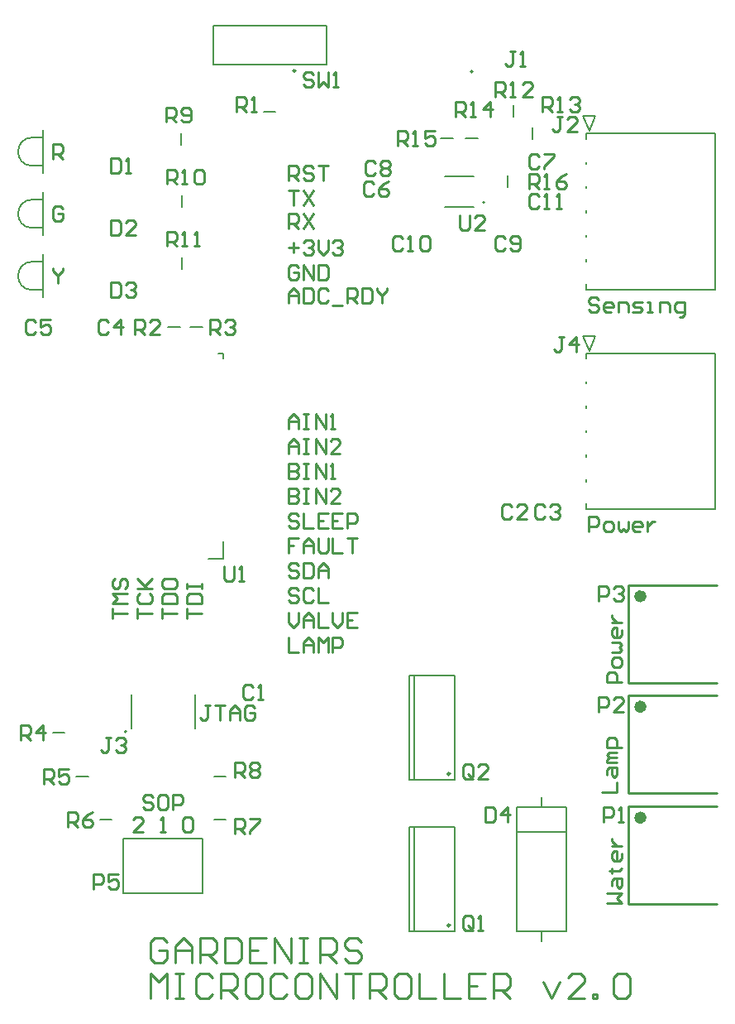
<source format=gbr>
G04*
G04 #@! TF.GenerationSoftware,Altium Limited,Altium Designer,23.2.1 (34)*
G04*
G04 Layer_Color=65535*
%FSLAX44Y44*%
%MOMM*%
G71*
G04*
G04 #@! TF.SameCoordinates,66AF3463-A4ED-4445-B3F6-74E376143534*
G04*
G04*
G04 #@! TF.FilePolarity,Positive*
G04*
G01*
G75*
%ADD10C,0.2000*%
%ADD11C,0.2500*%
%ADD12C,0.1270*%
%ADD13C,0.7620*%
%ADD14C,0.2540*%
D10*
X157060Y285750D02*
G03*
X157060Y285750I-1000J0D01*
G01*
X523590Y826950D02*
G03*
X523590Y826950I-1000J0D01*
G01*
X511590Y960630D02*
G03*
X511590Y960630I-1000J0D01*
G01*
X572880Y891890D02*
Y903890D01*
X553610Y914750D02*
Y926750D01*
X251000Y672690D02*
X256000D01*
Y667690D02*
Y672690D01*
X241000Y462690D02*
X256000D01*
Y480190D01*
X226910Y288950D02*
Y323250D01*
X161710Y288950D02*
Y323250D01*
X222600Y699660D02*
X234600D01*
X199740Y699880D02*
X211740D01*
X105760Y240140D02*
X117760D01*
X129890Y195690D02*
X141890D01*
X81630Y284590D02*
X93630D01*
X547370Y842360D02*
Y854360D01*
X504540Y892700D02*
X516540D01*
X479140D02*
X491140D01*
X246730Y240140D02*
X258730D01*
X246730Y195470D02*
X258730D01*
X297530Y919370D02*
X309530D01*
X446480Y343060D02*
X493480D01*
X446480Y236060D02*
X493480D01*
Y343060D01*
X446480Y236060D02*
Y343060D01*
X451480Y236060D02*
Y343060D01*
X581660Y208280D02*
Y218440D01*
Y71120D02*
Y81280D01*
X556260Y182880D02*
X607060D01*
X556260Y208280D02*
X607060D01*
Y81280D02*
Y208280D01*
X556260Y81280D02*
X607060D01*
X556260D02*
Y208280D01*
X446480Y188120D02*
X493480D01*
X446480Y81120D02*
X493480D01*
Y188120D01*
X446480Y81120D02*
Y188120D01*
X451480Y81120D02*
Y188120D01*
X245930Y968060D02*
X361930D01*
X245930D02*
Y1008060D01*
X361930D01*
Y968060D02*
Y1008060D01*
X213470Y758540D02*
Y770540D01*
Y822040D02*
Y834040D01*
X213250Y885540D02*
Y897540D01*
D11*
X488230Y242560D02*
G03*
X488230Y242560I-1250J0D01*
G01*
Y87620D02*
G03*
X488230Y87620I-1250J0D01*
G01*
X330180Y961560D02*
G03*
X330180Y961560I-1250J0D01*
G01*
D12*
X60570Y766340D02*
G03*
X60570Y737340I0J-14500D01*
G01*
Y829840D02*
G03*
X60570Y800840I0J-14500D01*
G01*
Y893340D02*
G03*
X60570Y864340I0J-14500D01*
G01*
X153670Y120650D02*
X234950D01*
X153670Y176530D02*
X234950D01*
Y120650D02*
Y176530D01*
X153670Y120650D02*
Y176530D01*
X627810Y541602D02*
Y544038D01*
Y566602D02*
Y569038D01*
Y591602D02*
Y594038D01*
Y616602D02*
Y619038D01*
Y641602D02*
Y643620D01*
Y667020D02*
Y672520D01*
X759710D01*
Y513120D02*
Y672520D01*
X627810Y513120D02*
X759710D01*
X627810D02*
Y519038D01*
X630910Y675060D02*
X637260Y690300D01*
X624560D02*
X637260D01*
X624560D02*
X630910Y675060D01*
X482840Y853900D02*
X512840D01*
X482840Y822500D02*
X512840D01*
X71570Y729840D02*
Y773840D01*
X60570Y737340D02*
X71570D01*
X60570Y766340D02*
X71570D01*
Y793340D02*
Y837340D01*
X60570Y800840D02*
X71570D01*
X60570Y829840D02*
X71570D01*
Y856840D02*
Y900840D01*
X60570Y864340D02*
X71570D01*
X60570Y893340D02*
X71570D01*
X624560Y915090D02*
X630910Y899850D01*
X624560Y915090D02*
X637260D01*
X630910Y899850D02*
X637260Y915090D01*
X627810Y737910D02*
Y743828D01*
Y737910D02*
X759710D01*
Y897310D01*
X627810D02*
X759710D01*
X627810Y891810D02*
Y897310D01*
Y866392D02*
Y868410D01*
Y841392D02*
Y843828D01*
Y816392D02*
Y818828D01*
Y791392D02*
Y793828D01*
Y766392D02*
Y768828D01*
D13*
X685800Y424180D02*
G03*
X685800Y424180I-2540J0D01*
G01*
Y311150D02*
G03*
X685800Y311150I-2540J0D01*
G01*
Y197612D02*
G03*
X685800Y197612I-2540J0D01*
G01*
D14*
X671322Y435610D02*
X761238D01*
X671322Y335788D02*
X761238D01*
X671322D02*
Y435610D01*
Y322580D02*
X761238D01*
X671322Y222758D02*
X761238D01*
X671322D02*
Y322580D01*
Y209042D02*
X761238D01*
X671322Y109220D02*
X761238D01*
X671322D02*
Y209042D01*
X214632Y195578D02*
X217171Y198118D01*
X222249D01*
X224788Y195578D01*
Y185422D01*
X222249Y182882D01*
X217171D01*
X214632Y185422D01*
Y195578D01*
X198538Y70562D02*
X194306Y74794D01*
X185842D01*
X181610Y70562D01*
Y53634D01*
X185842Y49402D01*
X194306D01*
X198538Y53634D01*
Y62098D01*
X190074D01*
X207002Y49402D02*
Y66330D01*
X215466Y74794D01*
X223930Y66330D01*
Y49402D01*
Y62098D01*
X207002D01*
X232394Y49402D02*
Y74794D01*
X245089D01*
X249321Y70562D01*
Y62098D01*
X245089Y57866D01*
X232394D01*
X240858D02*
X249321Y49402D01*
X257785Y74794D02*
Y49402D01*
X270481D01*
X274713Y53634D01*
Y70562D01*
X270481Y74794D01*
X257785D01*
X300105D02*
X283177D01*
Y49402D01*
X300105D01*
X283177Y62098D02*
X291641D01*
X308569Y49402D02*
Y74794D01*
X325497Y49402D01*
Y74794D01*
X333961D02*
X342425D01*
X338193D01*
Y49402D01*
X333961D01*
X342425D01*
X355121D02*
Y74794D01*
X367817D01*
X372048Y70562D01*
Y62098D01*
X367817Y57866D01*
X355121D01*
X363585D02*
X372048Y49402D01*
X397440Y70562D02*
X393208Y74794D01*
X384744D01*
X380512Y70562D01*
Y66330D01*
X384744Y62098D01*
X393208D01*
X397440Y57866D01*
Y53634D01*
X393208Y49402D01*
X384744D01*
X380512Y53634D01*
X181610Y12836D02*
Y38228D01*
X190074Y29764D01*
X198538Y38228D01*
Y12836D01*
X207002Y38228D02*
X215466D01*
X211234D01*
Y12836D01*
X207002D01*
X215466D01*
X245089Y33996D02*
X240858Y38228D01*
X232394D01*
X228162Y33996D01*
Y17068D01*
X232394Y12836D01*
X240858D01*
X245089Y17068D01*
X253553Y12836D02*
Y38228D01*
X266249D01*
X270481Y33996D01*
Y25532D01*
X266249Y21300D01*
X253553D01*
X262017D02*
X270481Y12836D01*
X291641Y38228D02*
X283177D01*
X278945Y33996D01*
Y17068D01*
X283177Y12836D01*
X291641D01*
X295873Y17068D01*
Y33996D01*
X291641Y38228D01*
X321265Y33996D02*
X317033Y38228D01*
X308569D01*
X304337Y33996D01*
Y17068D01*
X308569Y12836D01*
X317033D01*
X321265Y17068D01*
X342425Y38228D02*
X333961D01*
X329729Y33996D01*
Y17068D01*
X333961Y12836D01*
X342425D01*
X346657Y17068D01*
Y33996D01*
X342425Y38228D01*
X355121Y12836D02*
Y38228D01*
X372048Y12836D01*
Y38228D01*
X380512D02*
X397440D01*
X388976D01*
Y12836D01*
X405904D02*
Y38228D01*
X418600D01*
X422832Y33996D01*
Y25532D01*
X418600Y21300D01*
X405904D01*
X414368D02*
X422832Y12836D01*
X443992Y38228D02*
X435528D01*
X431296Y33996D01*
Y17068D01*
X435528Y12836D01*
X443992D01*
X448224Y17068D01*
Y33996D01*
X443992Y38228D01*
X456688D02*
Y12836D01*
X473616D01*
X482080Y38228D02*
Y12836D01*
X499007D01*
X524399Y38228D02*
X507471D01*
Y12836D01*
X524399D01*
X507471Y25532D02*
X515935D01*
X532863Y12836D02*
Y38228D01*
X545559D01*
X549791Y33996D01*
Y25532D01*
X545559Y21300D01*
X532863D01*
X541327D02*
X549791Y12836D01*
X583647Y29764D02*
X592111Y12836D01*
X600575Y29764D01*
X625966Y12836D02*
X609039D01*
X625966Y29764D01*
Y33996D01*
X621734Y38228D01*
X613270D01*
X609039Y33996D01*
X634430Y12836D02*
Y17068D01*
X638662D01*
Y12836D01*
X634430D01*
X655590Y33996D02*
X659822Y38228D01*
X668286D01*
X672518Y33996D01*
Y17068D01*
X668286Y12836D01*
X659822D01*
X655590Y17068D01*
Y33996D01*
X173988Y182882D02*
X163832D01*
X173988Y193039D01*
Y195578D01*
X171449Y198118D01*
X166371D01*
X163832Y195578D01*
X191771Y182882D02*
X196849D01*
X194310D01*
Y198118D01*
X191771Y195578D01*
X242576Y312415D02*
X237497D01*
X240037D01*
Y299719D01*
X237497Y297180D01*
X234958D01*
X232419Y299719D01*
X247654Y312415D02*
X257811D01*
X252733D01*
Y297180D01*
X262889D02*
Y307337D01*
X267967Y312415D01*
X273046Y307337D01*
Y297180D01*
Y304797D01*
X262889D01*
X288281Y309876D02*
X285742Y312415D01*
X280663D01*
X278124Y309876D01*
Y299719D01*
X280663Y297180D01*
X285742D01*
X288281Y299719D01*
Y304797D01*
X283203D01*
X322580Y723902D02*
Y734059D01*
X327658Y739137D01*
X332737Y734059D01*
Y723902D01*
Y731520D01*
X322580D01*
X337815Y739137D02*
Y723902D01*
X345433D01*
X347972Y726441D01*
Y736598D01*
X345433Y739137D01*
X337815D01*
X363207Y736598D02*
X360668Y739137D01*
X355589D01*
X353050Y736598D01*
Y726441D01*
X355589Y723902D01*
X360668D01*
X363207Y726441D01*
X368285Y721363D02*
X378442D01*
X383520Y723902D02*
Y739137D01*
X391138D01*
X393677Y736598D01*
Y731520D01*
X391138Y728980D01*
X383520D01*
X388599D02*
X393677Y723902D01*
X398755Y739137D02*
Y723902D01*
X406373D01*
X408912Y726441D01*
Y736598D01*
X406373Y739137D01*
X398755D01*
X413990D02*
Y736598D01*
X419069Y731520D01*
X424147Y736598D01*
Y739137D01*
X419069Y731520D02*
Y723902D01*
X322580Y382267D02*
Y367033D01*
X332737D01*
X337815D02*
Y377189D01*
X342893Y382267D01*
X347972Y377189D01*
Y367033D01*
Y374650D01*
X337815D01*
X353050Y367033D02*
Y382267D01*
X358129Y377189D01*
X363207Y382267D01*
Y367033D01*
X368285D02*
Y382267D01*
X375903D01*
X378442Y379728D01*
Y374650D01*
X375903Y372111D01*
X368285D01*
X322580Y407668D02*
Y397511D01*
X327658Y392433D01*
X332737Y397511D01*
Y407668D01*
X337815Y392433D02*
Y402589D01*
X342893Y407668D01*
X347972Y402589D01*
Y392433D01*
Y400050D01*
X337815D01*
X353050Y407668D02*
Y392433D01*
X363207D01*
X368285Y407668D02*
Y397511D01*
X373364Y392433D01*
X378442Y397511D01*
Y407668D01*
X393677D02*
X383520D01*
Y392433D01*
X393677D01*
X383520Y400050D02*
X388599D01*
X332737Y430528D02*
X330197Y433068D01*
X325119D01*
X322580Y430528D01*
Y427989D01*
X325119Y425450D01*
X330197D01*
X332737Y422911D01*
Y420372D01*
X330197Y417832D01*
X325119D01*
X322580Y420372D01*
X347972Y430528D02*
X345433Y433068D01*
X340354D01*
X337815Y430528D01*
Y420372D01*
X340354Y417832D01*
X345433D01*
X347972Y420372D01*
X353050Y433068D02*
Y417832D01*
X363207D01*
X332737Y455928D02*
X330197Y458467D01*
X325119D01*
X322580Y455928D01*
Y453389D01*
X325119Y450850D01*
X330197D01*
X332737Y448311D01*
Y445772D01*
X330197Y443232D01*
X325119D01*
X322580Y445772D01*
X337815Y458467D02*
Y443232D01*
X345433D01*
X347972Y445772D01*
Y455928D01*
X345433Y458467D01*
X337815D01*
X353050Y443232D02*
Y453389D01*
X358129Y458467D01*
X363207Y453389D01*
Y443232D01*
Y450850D01*
X353050D01*
X332737Y483867D02*
X322580D01*
Y476250D01*
X327658D01*
X322580D01*
Y468633D01*
X337815D02*
Y478789D01*
X342893Y483867D01*
X347972Y478789D01*
Y468633D01*
Y476250D01*
X337815D01*
X353050Y483867D02*
Y471172D01*
X355589Y468633D01*
X360668D01*
X363207Y471172D01*
Y483867D01*
X368285D02*
Y468633D01*
X378442D01*
X383520Y483867D02*
X393677D01*
X388599D01*
Y468633D01*
X332737Y506728D02*
X330197Y509268D01*
X325119D01*
X322580Y506728D01*
Y504189D01*
X325119Y501650D01*
X330197D01*
X332737Y499111D01*
Y496572D01*
X330197Y494033D01*
X325119D01*
X322580Y496572D01*
X337815Y509268D02*
Y494033D01*
X347972D01*
X363207Y509268D02*
X353050D01*
Y494033D01*
X363207D01*
X353050Y501650D02*
X358129D01*
X378442Y509268D02*
X368285D01*
Y494033D01*
X378442D01*
X368285Y501650D02*
X373364D01*
X383520Y494033D02*
Y509268D01*
X391138D01*
X393677Y506728D01*
Y501650D01*
X391138Y499111D01*
X383520D01*
X322580Y534668D02*
Y519432D01*
X330197D01*
X332737Y521972D01*
Y524511D01*
X330197Y527050D01*
X322580D01*
X330197D01*
X332737Y529589D01*
Y532128D01*
X330197Y534668D01*
X322580D01*
X337815D02*
X342893D01*
X340354D01*
Y519432D01*
X337815D01*
X342893D01*
X350511D02*
Y534668D01*
X360668Y519432D01*
Y534668D01*
X375903Y519432D02*
X365746D01*
X375903Y529589D01*
Y532128D01*
X373364Y534668D01*
X368285D01*
X365746Y532128D01*
X322580Y560067D02*
Y544832D01*
X330197D01*
X332737Y547372D01*
Y549911D01*
X330197Y552450D01*
X322580D01*
X330197D01*
X332737Y554989D01*
Y557528D01*
X330197Y560067D01*
X322580D01*
X337815D02*
X342893D01*
X340354D01*
Y544832D01*
X337815D01*
X342893D01*
X350511D02*
Y560067D01*
X360668Y544832D01*
Y560067D01*
X365746Y544832D02*
X370824D01*
X368285D01*
Y560067D01*
X365746Y557528D01*
X648975Y110490D02*
X664210D01*
X659132Y115568D01*
X664210Y120647D01*
X648975D01*
X654053Y128264D02*
Y133343D01*
X656592Y135882D01*
X664210D01*
Y128264D01*
X661671Y125725D01*
X659132Y128264D01*
Y135882D01*
X651514Y143499D02*
X654053D01*
Y140960D01*
Y146039D01*
Y143499D01*
X661671D01*
X664210Y146039D01*
Y161274D02*
Y156195D01*
X661671Y153656D01*
X656592D01*
X654053Y156195D01*
Y161274D01*
X656592Y163813D01*
X659132D01*
Y153656D01*
X654053Y168891D02*
X664210D01*
X659132D01*
X656592Y171430D01*
X654053Y173969D01*
Y176509D01*
X643897Y223520D02*
X659132D01*
Y233677D01*
X648975Y241294D02*
Y246373D01*
X651514Y248912D01*
X659132D01*
Y241294D01*
X656592Y238755D01*
X654053Y241294D01*
Y248912D01*
X659132Y253990D02*
X648975D01*
Y256529D01*
X651514Y259069D01*
X659132D01*
X651514D01*
X648975Y261608D01*
X651514Y264147D01*
X659132D01*
X664210Y269225D02*
X648975D01*
Y276843D01*
X651514Y279382D01*
X656592D01*
X659132Y276843D01*
Y269225D01*
X664210Y336550D02*
X648975D01*
Y344168D01*
X651514Y346707D01*
X656592D01*
X659132Y344168D01*
Y336550D01*
X664210Y354324D02*
Y359403D01*
X661671Y361942D01*
X656592D01*
X654053Y359403D01*
Y354324D01*
X656592Y351785D01*
X661671D01*
X664210Y354324D01*
X654053Y367020D02*
X661671D01*
X664210Y369559D01*
X661671Y372099D01*
X664210Y374638D01*
X661671Y377177D01*
X654053D01*
X664210Y389873D02*
Y384794D01*
X661671Y382255D01*
X656592D01*
X654053Y384794D01*
Y389873D01*
X656592Y392412D01*
X659132D01*
Y382255D01*
X654053Y397490D02*
X664210D01*
X659132D01*
X656592Y400029D01*
X654053Y402569D01*
Y405108D01*
X629920Y490225D02*
Y505460D01*
X637537D01*
X640077Y502921D01*
Y497842D01*
X637537Y495303D01*
X629920D01*
X647694Y490225D02*
X652773D01*
X655312Y492764D01*
Y497842D01*
X652773Y500382D01*
X647694D01*
X645155Y497842D01*
Y492764D01*
X647694Y490225D01*
X660390Y500382D02*
Y492764D01*
X662929Y490225D01*
X665469Y492764D01*
X668008Y490225D01*
X670547Y492764D01*
Y500382D01*
X683243Y490225D02*
X678164D01*
X675625Y492764D01*
Y497842D01*
X678164Y500382D01*
X683243D01*
X685782Y497842D01*
Y495303D01*
X675625D01*
X690860Y500382D02*
Y490225D01*
Y495303D01*
X693400Y497842D01*
X695939Y500382D01*
X698478D01*
X640077Y727711D02*
X637537Y730250D01*
X632459D01*
X629920Y727711D01*
Y725172D01*
X632459Y722633D01*
X637537D01*
X640077Y720093D01*
Y717554D01*
X637537Y715015D01*
X632459D01*
X629920Y717554D01*
X652773Y715015D02*
X647694D01*
X645155Y717554D01*
Y722633D01*
X647694Y725172D01*
X652773D01*
X655312Y722633D01*
Y720093D01*
X645155D01*
X660390Y715015D02*
Y725172D01*
X668008D01*
X670547Y722633D01*
Y715015D01*
X675625D02*
X683243D01*
X685782Y717554D01*
X683243Y720093D01*
X678164D01*
X675625Y722633D01*
X678164Y725172D01*
X685782D01*
X690860Y715015D02*
X695939D01*
X693400D01*
Y725172D01*
X690860D01*
X703556Y715015D02*
Y725172D01*
X711174D01*
X713713Y722633D01*
Y715015D01*
X723870Y709937D02*
X726409D01*
X728948Y712476D01*
Y725172D01*
X721330D01*
X718791Y722633D01*
Y717554D01*
X721330Y715015D01*
X728948D01*
X322580Y595633D02*
Y605789D01*
X327658Y610868D01*
X332737Y605789D01*
Y595633D01*
Y603250D01*
X322580D01*
X337815Y610868D02*
X342893D01*
X340354D01*
Y595633D01*
X337815D01*
X342893D01*
X350511D02*
Y610868D01*
X360668Y595633D01*
Y610868D01*
X365746Y595633D02*
X370824D01*
X368285D01*
Y610868D01*
X365746Y608328D01*
X322580Y570233D02*
Y580389D01*
X327658Y585467D01*
X332737Y580389D01*
Y570233D01*
Y577850D01*
X322580D01*
X337815Y585467D02*
X342893D01*
X340354D01*
Y570233D01*
X337815D01*
X342893D01*
X350511D02*
Y585467D01*
X360668Y570233D01*
Y585467D01*
X375903Y570233D02*
X365746D01*
X375903Y580389D01*
Y582928D01*
X373364Y585467D01*
X368285D01*
X365746Y582928D01*
X123190Y124460D02*
Y139695D01*
X130808D01*
X133347Y137156D01*
Y132078D01*
X130808Y129538D01*
X123190D01*
X148582Y139695D02*
X138425D01*
Y132078D01*
X143503Y134617D01*
X146043D01*
X148582Y132078D01*
Y126999D01*
X146043Y124460D01*
X140964D01*
X138425Y126999D01*
X184147Y218436D02*
X181607Y220975D01*
X176529D01*
X173990Y218436D01*
Y215897D01*
X176529Y213358D01*
X181607D01*
X184147Y210818D01*
Y208279D01*
X181607Y205740D01*
X176529D01*
X173990Y208279D01*
X196843Y220975D02*
X191764D01*
X189225Y218436D01*
Y208279D01*
X191764Y205740D01*
X196843D01*
X199382Y208279D01*
Y218436D01*
X196843Y220975D01*
X204460Y205740D02*
Y220975D01*
X212078D01*
X214617Y218436D01*
Y213358D01*
X212078Y210818D01*
X204460D01*
X81280Y759455D02*
Y756916D01*
X86358Y751837D01*
X91437Y756916D01*
Y759455D01*
X86358Y751837D02*
Y744220D01*
X81280Y871220D02*
Y886455D01*
X88897D01*
X91437Y883916D01*
Y878838D01*
X88897Y876298D01*
X81280D01*
X86358D02*
X91437Y871220D01*
Y820416D02*
X88897Y822955D01*
X83819D01*
X81280Y820416D01*
Y810259D01*
X83819Y807720D01*
X88897D01*
X91437Y810259D01*
Y815338D01*
X86358D01*
X497844Y814068D02*
Y801372D01*
X500383Y798832D01*
X505462D01*
X508001Y801372D01*
Y814068D01*
X523236Y798832D02*
X513079D01*
X523236Y808989D01*
Y811528D01*
X520697Y814068D01*
X515618D01*
X513079Y811528D01*
X256543Y454748D02*
Y442052D01*
X259083Y439512D01*
X264161D01*
X266700Y442052D01*
Y454748D01*
X271778Y439512D02*
X276857D01*
X274318D01*
Y454748D01*
X271778Y452208D01*
X322580Y781050D02*
X332737D01*
X327658Y786128D02*
Y775972D01*
X337815Y786128D02*
X340354Y788668D01*
X345433D01*
X347972Y786128D01*
Y783589D01*
X345433Y781050D01*
X342893D01*
X345433D01*
X347972Y778511D01*
Y775972D01*
X345433Y773432D01*
X340354D01*
X337815Y775972D01*
X353050Y788668D02*
Y778511D01*
X358129Y773432D01*
X363207Y778511D01*
Y788668D01*
X368285Y786128D02*
X370824Y788668D01*
X375903D01*
X378442Y786128D01*
Y783589D01*
X375903Y781050D01*
X373364D01*
X375903D01*
X378442Y778511D01*
Y775972D01*
X375903Y773432D01*
X370824D01*
X368285Y775972D01*
X332737Y760728D02*
X330197Y763268D01*
X325119D01*
X322580Y760728D01*
Y750572D01*
X325119Y748033D01*
X330197D01*
X332737Y750572D01*
Y755650D01*
X327658D01*
X337815Y748033D02*
Y763268D01*
X347972Y748033D01*
Y763268D01*
X353050D02*
Y748033D01*
X360668D01*
X363207Y750572D01*
Y760728D01*
X360668Y763268D01*
X353050D01*
X218442Y401320D02*
Y411477D01*
Y406398D01*
X233678D01*
X218442Y416555D02*
X233678D01*
Y424173D01*
X231138Y426712D01*
X220982D01*
X218442Y424173D01*
Y416555D01*
Y431790D02*
Y436869D01*
Y434329D01*
X233678D01*
Y431790D01*
Y436869D01*
X193042Y401320D02*
Y411477D01*
Y406398D01*
X208277D01*
X193042Y416555D02*
X208277D01*
Y424173D01*
X205738Y426712D01*
X195582D01*
X193042Y424173D01*
Y416555D01*
Y439408D02*
Y434329D01*
X195582Y431790D01*
X205738D01*
X208277Y434329D01*
Y439408D01*
X205738Y441947D01*
X195582D01*
X193042Y439408D01*
X167642Y401320D02*
Y411477D01*
Y406398D01*
X182878D01*
X170182Y426712D02*
X167642Y424173D01*
Y419094D01*
X170182Y416555D01*
X180338D01*
X182878Y419094D01*
Y424173D01*
X180338Y426712D01*
X167642Y431790D02*
X182878D01*
X177799D01*
X167642Y441947D01*
X175260Y434329D01*
X182878Y441947D01*
X142242Y401320D02*
Y411477D01*
Y406398D01*
X157478D01*
Y416555D02*
X142242D01*
X147321Y421633D01*
X142242Y426712D01*
X157478D01*
X144782Y441947D02*
X142242Y439408D01*
Y434329D01*
X144782Y431790D01*
X147321D01*
X149860Y434329D01*
Y439408D01*
X152399Y441947D01*
X154938D01*
X157478Y439408D01*
Y434329D01*
X154938Y431790D01*
X322580Y800102D02*
Y815338D01*
X330197D01*
X332737Y812798D01*
Y807720D01*
X330197Y805181D01*
X322580D01*
X327658D02*
X332737Y800102D01*
X337815Y815338D02*
X347972Y800102D01*
Y815338D02*
X337815Y800102D01*
X322580Y839467D02*
X332737D01*
X327658D01*
Y824232D01*
X337815Y839467D02*
X347972Y824232D01*
Y839467D02*
X337815Y824232D01*
X322580Y849632D02*
Y864867D01*
X330197D01*
X332737Y862328D01*
Y857250D01*
X330197Y854711D01*
X322580D01*
X327658D02*
X332737Y849632D01*
X347972Y862328D02*
X345433Y864867D01*
X340354D01*
X337815Y862328D01*
Y859789D01*
X340354Y857250D01*
X345433D01*
X347972Y854711D01*
Y852172D01*
X345433Y849632D01*
X340354D01*
X337815Y852172D01*
X353050Y864867D02*
X363207D01*
X358129D01*
Y849632D01*
X348783Y957578D02*
X346243Y960117D01*
X341165D01*
X338626Y957578D01*
Y955039D01*
X341165Y952500D01*
X346243D01*
X348783Y949961D01*
Y947422D01*
X346243Y944883D01*
X341165D01*
X338626Y947422D01*
X353861Y960117D02*
Y944883D01*
X358939Y949961D01*
X364018Y944883D01*
Y960117D01*
X369096Y944883D02*
X374174D01*
X371635D01*
Y960117D01*
X369096Y957578D01*
X568966Y840742D02*
Y855977D01*
X576584D01*
X579123Y853438D01*
Y848360D01*
X576584Y845821D01*
X568966D01*
X574044D02*
X579123Y840742D01*
X584201D02*
X589280D01*
X586740D01*
Y855977D01*
X584201Y853438D01*
X607054Y855977D02*
X601976Y853438D01*
X596897Y848360D01*
Y843282D01*
X599436Y840742D01*
X604515D01*
X607054Y843282D01*
Y845821D01*
X604515Y848360D01*
X596897D01*
X434346Y885192D02*
Y900427D01*
X441964D01*
X444503Y897888D01*
Y892810D01*
X441964Y890271D01*
X434346D01*
X439425D02*
X444503Y885192D01*
X449581D02*
X454660D01*
X452120D01*
Y900427D01*
X449581Y897888D01*
X472434Y900427D02*
X462277D01*
Y892810D01*
X467355Y895349D01*
X469895D01*
X472434Y892810D01*
Y887732D01*
X469895Y885192D01*
X464816D01*
X462277Y887732D01*
X494036Y914402D02*
Y929638D01*
X501654D01*
X504193Y927098D01*
Y922020D01*
X501654Y919481D01*
X494036D01*
X499114D02*
X504193Y914402D01*
X509271D02*
X514350D01*
X511810D01*
Y929638D01*
X509271Y927098D01*
X529585Y914402D02*
Y929638D01*
X521967Y922020D01*
X532124D01*
X582936Y919482D02*
Y934717D01*
X590554D01*
X593093Y932178D01*
Y927100D01*
X590554Y924561D01*
X582936D01*
X588014D02*
X593093Y919482D01*
X598171D02*
X603250D01*
X600710D01*
Y934717D01*
X598171Y932178D01*
X610867D02*
X613406Y934717D01*
X618485D01*
X621024Y932178D01*
Y929639D01*
X618485Y927100D01*
X615946D01*
X618485D01*
X621024Y924561D01*
Y922022D01*
X618485Y919482D01*
X613406D01*
X610867Y922022D01*
X534676Y934723D02*
Y949958D01*
X542294D01*
X544833Y947418D01*
Y942340D01*
X542294Y939801D01*
X534676D01*
X539754D02*
X544833Y934723D01*
X549911D02*
X554990D01*
X552450D01*
Y949958D01*
X549911Y947418D01*
X572764Y934723D02*
X562607D01*
X572764Y944879D01*
Y947418D01*
X570225Y949958D01*
X565146D01*
X562607Y947418D01*
X198120Y782066D02*
Y797301D01*
X205737D01*
X208277Y794762D01*
Y789684D01*
X205737Y787144D01*
X198120D01*
X203198D02*
X208277Y782066D01*
X213355D02*
X218433D01*
X215894D01*
Y797301D01*
X213355Y794762D01*
X226051Y782066D02*
X231129D01*
X228590D01*
Y797301D01*
X226051Y794762D01*
X198120Y845566D02*
Y860801D01*
X205737D01*
X208277Y858262D01*
Y853184D01*
X205737Y850644D01*
X198120D01*
X203198D02*
X208277Y845566D01*
X213355D02*
X218433D01*
X215894D01*
Y860801D01*
X213355Y858262D01*
X226051D02*
X228590Y860801D01*
X233668D01*
X236208Y858262D01*
Y848105D01*
X233668Y845566D01*
X228590D01*
X226051Y848105D01*
Y858262D01*
X197866Y909066D02*
Y924301D01*
X205483D01*
X208023Y921762D01*
Y916684D01*
X205483Y914144D01*
X197866D01*
X202944D02*
X208023Y909066D01*
X213101Y911605D02*
X215640Y909066D01*
X220719D01*
X223258Y911605D01*
Y921762D01*
X220719Y924301D01*
X215640D01*
X213101Y921762D01*
Y919223D01*
X215640Y916684D01*
X223258D01*
X267974Y238873D02*
Y254107D01*
X275592D01*
X278131Y251568D01*
Y246490D01*
X275592Y243951D01*
X267974D01*
X273052D02*
X278131Y238873D01*
X283209Y251568D02*
X285748Y254107D01*
X290827D01*
X293366Y251568D01*
Y249029D01*
X290827Y246490D01*
X293366Y243951D01*
Y241412D01*
X290827Y238873D01*
X285748D01*
X283209Y241412D01*
Y243951D01*
X285748Y246490D01*
X283209Y249029D01*
Y251568D01*
X285748Y246490D02*
X290827D01*
X267974Y181502D02*
Y196737D01*
X275592D01*
X278131Y194198D01*
Y189120D01*
X275592Y186581D01*
X267974D01*
X273053D02*
X278131Y181502D01*
X283209Y196737D02*
X293366D01*
Y194198D01*
X283209Y184042D01*
Y181502D01*
X96524Y187962D02*
Y203197D01*
X104142D01*
X106681Y200658D01*
Y195580D01*
X104142Y193041D01*
X96524D01*
X101602D02*
X106681Y187962D01*
X121916Y203197D02*
X116838Y200658D01*
X111759Y195580D01*
Y190502D01*
X114298Y187962D01*
X119377D01*
X121916Y190502D01*
Y193041D01*
X119377Y195580D01*
X111759D01*
X72394Y232412D02*
Y247647D01*
X80012D01*
X82551Y245108D01*
Y240030D01*
X80012Y237491D01*
X72394D01*
X77473D02*
X82551Y232412D01*
X97786Y247647D02*
X87629D01*
Y240030D01*
X92708Y242569D01*
X95247D01*
X97786Y240030D01*
Y234952D01*
X95247Y232412D01*
X90168D01*
X87629Y234952D01*
X48264Y277083D02*
Y292318D01*
X55882D01*
X58421Y289778D01*
Y284700D01*
X55882Y282161D01*
X48264D01*
X53342D02*
X58421Y277083D01*
X71117D02*
Y292318D01*
X63499Y284700D01*
X73656D01*
X242574Y692152D02*
Y707387D01*
X250192D01*
X252731Y704848D01*
Y699770D01*
X250192Y697231D01*
X242574D01*
X247652D02*
X252731Y692152D01*
X257809Y704848D02*
X260348Y707387D01*
X265427D01*
X267966Y704848D01*
Y702309D01*
X265427Y699770D01*
X262887D01*
X265427D01*
X267966Y697231D01*
Y694692D01*
X265427Y692152D01*
X260348D01*
X257809Y694692D01*
X165104Y692152D02*
Y707387D01*
X172722D01*
X175261Y704848D01*
Y699770D01*
X172722Y697231D01*
X165104D01*
X170182D02*
X175261Y692152D01*
X190496D02*
X180339D01*
X190496Y702309D01*
Y704848D01*
X187957Y707387D01*
X182878D01*
X180339Y704848D01*
X269243Y919482D02*
Y934717D01*
X276861D01*
X279400Y932178D01*
Y927100D01*
X276861Y924561D01*
X269243D01*
X274322D02*
X279400Y919482D01*
X284478D02*
X289557D01*
X287018D01*
Y934717D01*
X284478Y932178D01*
X511811Y240032D02*
Y250188D01*
X509272Y252728D01*
X504193D01*
X501654Y250188D01*
Y240032D01*
X504193Y237493D01*
X509272D01*
X506732Y242571D02*
X511811Y237493D01*
X509272D02*
X511811Y240032D01*
X527046Y237493D02*
X516889D01*
X527046Y247649D01*
Y250188D01*
X524507Y252728D01*
X519428D01*
X516889Y250188D01*
X511810Y85092D02*
Y95248D01*
X509271Y97788D01*
X504193D01*
X501653Y95248D01*
Y85092D01*
X504193Y82552D01*
X509271D01*
X506732Y87631D02*
X511810Y82552D01*
X509271D02*
X511810Y85092D01*
X516888Y82552D02*
X521967D01*
X519428D01*
Y97788D01*
X516888Y95248D01*
X640084Y419103D02*
Y434338D01*
X647702D01*
X650241Y431798D01*
Y426720D01*
X647702Y424181D01*
X640084D01*
X655319Y431798D02*
X657858Y434338D01*
X662937D01*
X665476Y431798D01*
Y429259D01*
X662937Y426720D01*
X660397D01*
X662937D01*
X665476Y424181D01*
Y421642D01*
X662937Y419103D01*
X657858D01*
X655319Y421642D01*
X640084Y306073D02*
Y321307D01*
X647702D01*
X650241Y318768D01*
Y313690D01*
X647702Y311151D01*
X640084D01*
X665476Y306073D02*
X655319D01*
X665476Y316229D01*
Y318768D01*
X662937Y321307D01*
X657858D01*
X655319Y318768D01*
X645163Y193043D02*
Y208277D01*
X652781D01*
X655320Y205738D01*
Y200660D01*
X652781Y198121D01*
X645163D01*
X660398Y193043D02*
X665477D01*
X662938D01*
Y208277D01*
X660398Y205738D01*
X604521Y689607D02*
X599442D01*
X601982D01*
Y676912D01*
X599442Y674372D01*
X596903D01*
X594364Y676912D01*
X617217Y674372D02*
Y689607D01*
X609599Y681990D01*
X619756D01*
X140971Y279398D02*
X135892D01*
X138432D01*
Y266702D01*
X135892Y264163D01*
X133353D01*
X130814Y266702D01*
X146049Y276858D02*
X148588Y279398D01*
X153667D01*
X156206Y276858D01*
Y274319D01*
X153667Y271780D01*
X151128D01*
X153667D01*
X156206Y269241D01*
Y266702D01*
X153667Y264163D01*
X148588D01*
X146049Y266702D01*
X603251Y914398D02*
X598172D01*
X600712D01*
Y901702D01*
X598172Y899163D01*
X595633D01*
X593094Y901702D01*
X618486Y899163D02*
X608329D01*
X618486Y909319D01*
Y911858D01*
X615947Y914398D01*
X610868D01*
X608329Y911858D01*
X554990Y981708D02*
X549912D01*
X552451D01*
Y969012D01*
X549912Y966472D01*
X547373D01*
X544833Y969012D01*
X560068Y966472D02*
X565147D01*
X562608D01*
Y981708D01*
X560068Y979168D01*
X524514Y208277D02*
Y193043D01*
X532132D01*
X534671Y195582D01*
Y205738D01*
X532132Y208277D01*
X524514D01*
X547367Y193043D02*
Y208277D01*
X539749Y200660D01*
X549906D01*
X140974Y745488D02*
Y730253D01*
X148592D01*
X151131Y732792D01*
Y742948D01*
X148592Y745488D01*
X140974D01*
X156209Y742948D02*
X158748Y745488D01*
X163827D01*
X166366Y742948D01*
Y740409D01*
X163827Y737870D01*
X161287D01*
X163827D01*
X166366Y735331D01*
Y732792D01*
X163827Y730253D01*
X158748D01*
X156209Y732792D01*
X140974Y808988D02*
Y793753D01*
X148592D01*
X151131Y796292D01*
Y806448D01*
X148592Y808988D01*
X140974D01*
X166366Y793753D02*
X156209D01*
X166366Y803909D01*
Y806448D01*
X163827Y808988D01*
X158748D01*
X156209Y806448D01*
X140973Y872487D02*
Y857253D01*
X148591D01*
X151130Y859792D01*
Y869948D01*
X148591Y872487D01*
X140973D01*
X156208Y857253D02*
X161287D01*
X158748D01*
Y872487D01*
X156208Y869948D01*
X579122Y833118D02*
X576583Y835658D01*
X571505D01*
X568965Y833118D01*
Y822962D01*
X571505Y820423D01*
X576583D01*
X579122Y822962D01*
X584200Y820423D02*
X589279D01*
X586740D01*
Y835658D01*
X584200Y833118D01*
X596896Y820423D02*
X601975D01*
X599436D01*
Y835658D01*
X596896Y833118D01*
X439423Y789938D02*
X436884Y792477D01*
X431805D01*
X429266Y789938D01*
Y779782D01*
X431805Y777243D01*
X436884D01*
X439423Y779782D01*
X444501Y777243D02*
X449580D01*
X447040D01*
Y792477D01*
X444501Y789938D01*
X457197D02*
X459736Y792477D01*
X464815D01*
X467354Y789938D01*
Y779782D01*
X464815Y777243D01*
X459736D01*
X457197Y779782D01*
Y789938D01*
X544831D02*
X542292Y792477D01*
X537213D01*
X534674Y789938D01*
Y779782D01*
X537213Y777243D01*
X542292D01*
X544831Y779782D01*
X549909D02*
X552448Y777243D01*
X557527D01*
X560066Y779782D01*
Y789938D01*
X557527Y792477D01*
X552448D01*
X549909Y789938D01*
Y787399D01*
X552448Y784860D01*
X560066D01*
X411481Y867408D02*
X408942Y869948D01*
X403863D01*
X401324Y867408D01*
Y857252D01*
X403863Y854713D01*
X408942D01*
X411481Y857252D01*
X416559Y867408D02*
X419098Y869948D01*
X424177D01*
X426716Y867408D01*
Y864869D01*
X424177Y862330D01*
X426716Y859791D01*
Y857252D01*
X424177Y854713D01*
X419098D01*
X416559Y857252D01*
Y859791D01*
X419098Y862330D01*
X416559Y864869D01*
Y867408D01*
X419098Y862330D02*
X424177D01*
X579121Y873758D02*
X576582Y876298D01*
X571503D01*
X568964Y873758D01*
Y863602D01*
X571503Y861062D01*
X576582D01*
X579121Y863602D01*
X584199Y876298D02*
X594356D01*
Y873758D01*
X584199Y863602D01*
Y861062D01*
X410211Y845818D02*
X407672Y848357D01*
X402593D01*
X400054Y845818D01*
Y835662D01*
X402593Y833122D01*
X407672D01*
X410211Y835662D01*
X425446Y848357D02*
X420368Y845818D01*
X415289Y840740D01*
Y835662D01*
X417828Y833122D01*
X422907D01*
X425446Y835662D01*
Y838201D01*
X422907Y840740D01*
X415289D01*
X63501Y704848D02*
X60962Y707387D01*
X55883D01*
X53344Y704848D01*
Y694692D01*
X55883Y692152D01*
X60962D01*
X63501Y694692D01*
X78736Y707387D02*
X68579D01*
Y699770D01*
X73657Y702309D01*
X76197D01*
X78736Y699770D01*
Y694692D01*
X76197Y692152D01*
X71118D01*
X68579Y694692D01*
X138431Y704848D02*
X135892Y707387D01*
X130813D01*
X128274Y704848D01*
Y694692D01*
X130813Y692152D01*
X135892D01*
X138431Y694692D01*
X151127Y692152D02*
Y707387D01*
X143509Y699770D01*
X153666D01*
X585471Y515618D02*
X582932Y518158D01*
X577853D01*
X575314Y515618D01*
Y505462D01*
X577853Y502923D01*
X582932D01*
X585471Y505462D01*
X590549Y515618D02*
X593088Y518158D01*
X598167D01*
X600706Y515618D01*
Y513079D01*
X598167Y510540D01*
X595628D01*
X598167D01*
X600706Y508001D01*
Y505462D01*
X598167Y502923D01*
X593088D01*
X590549Y505462D01*
X551181Y515378D02*
X548642Y517918D01*
X543563D01*
X541024Y515378D01*
Y505222D01*
X543563Y502682D01*
X548642D01*
X551181Y505222D01*
X566416Y502682D02*
X556259D01*
X566416Y512839D01*
Y515378D01*
X563877Y517918D01*
X558798D01*
X556259Y515378D01*
X286780Y331468D02*
X284241Y334007D01*
X279163D01*
X276623Y331468D01*
Y321312D01*
X279163Y318773D01*
X284241D01*
X286780Y321312D01*
X291858Y318773D02*
X296937D01*
X294398D01*
Y334007D01*
X291858Y331468D01*
M02*

</source>
